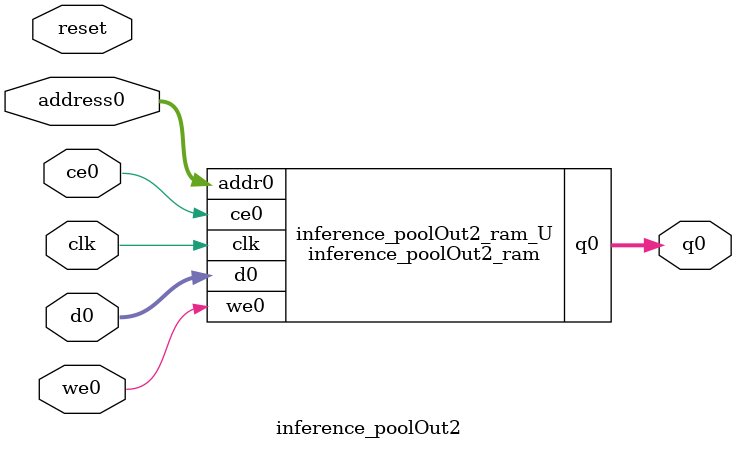
<source format=v>

`timescale 1 ns / 1 ps
module inference_poolOut2_ram (addr0, ce0, d0, we0, q0,  clk);

parameter DWIDTH = 32;
parameter AWIDTH = 9;
parameter MEM_SIZE = 400;

input[AWIDTH-1:0] addr0;
input ce0;
input[DWIDTH-1:0] d0;
input we0;
output reg[DWIDTH-1:0] q0;
input clk;

(* ram_style = "block" *)reg [DWIDTH-1:0] ram[MEM_SIZE-1:0];




always @(posedge clk)  
begin 
    if (ce0) 
    begin
        if (we0) 
        begin 
            ram[addr0] <= d0; 
            q0 <= d0;
        end 
        else 
            q0 <= ram[addr0];
    end
end


endmodule


`timescale 1 ns / 1 ps
module inference_poolOut2(
    reset,
    clk,
    address0,
    ce0,
    we0,
    d0,
    q0);

parameter DataWidth = 32'd32;
parameter AddressRange = 32'd400;
parameter AddressWidth = 32'd9;
input reset;
input clk;
input[AddressWidth - 1:0] address0;
input ce0;
input we0;
input[DataWidth - 1:0] d0;
output[DataWidth - 1:0] q0;



inference_poolOut2_ram inference_poolOut2_ram_U(
    .clk( clk ),
    .addr0( address0 ),
    .ce0( ce0 ),
    .d0( d0 ),
    .we0( we0 ),
    .q0( q0 ));

endmodule


</source>
